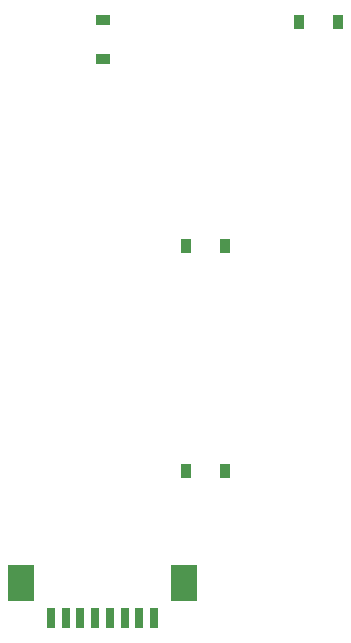
<source format=gbp>
G04 #@! TF.FileFunction,Paste,Bot*
%FSLAX46Y46*%
G04 Gerber Fmt 4.6, Leading zero omitted, Abs format (unit mm)*
G04 Created by KiCad (PCBNEW 4.0.5) date Sun Feb 26 14:27:26 2017*
%MOMM*%
%LPD*%
G01*
G04 APERTURE LIST*
%ADD10C,0.100000*%
%ADD11R,0.800000X1.700000*%
%ADD12R,2.200000X3.100000*%
%ADD13R,1.200000X0.900000*%
%ADD14R,0.900000X1.200000*%
G04 APERTURE END LIST*
D10*
D11*
X119875000Y-93450000D03*
X121125000Y-93450000D03*
X122375000Y-93450000D03*
X123625000Y-93450000D03*
X124875000Y-93450000D03*
X126125000Y-93450000D03*
X127375000Y-93450000D03*
X128625000Y-93450000D03*
D12*
X117375000Y-90550000D03*
X131125000Y-90550000D03*
D13*
X124250000Y-46150000D03*
X124250000Y-42850000D03*
D14*
X140850000Y-43000000D03*
X144150000Y-43000000D03*
X131350000Y-62000000D03*
X134650000Y-62000000D03*
X131350000Y-81000000D03*
X134650000Y-81000000D03*
M02*

</source>
